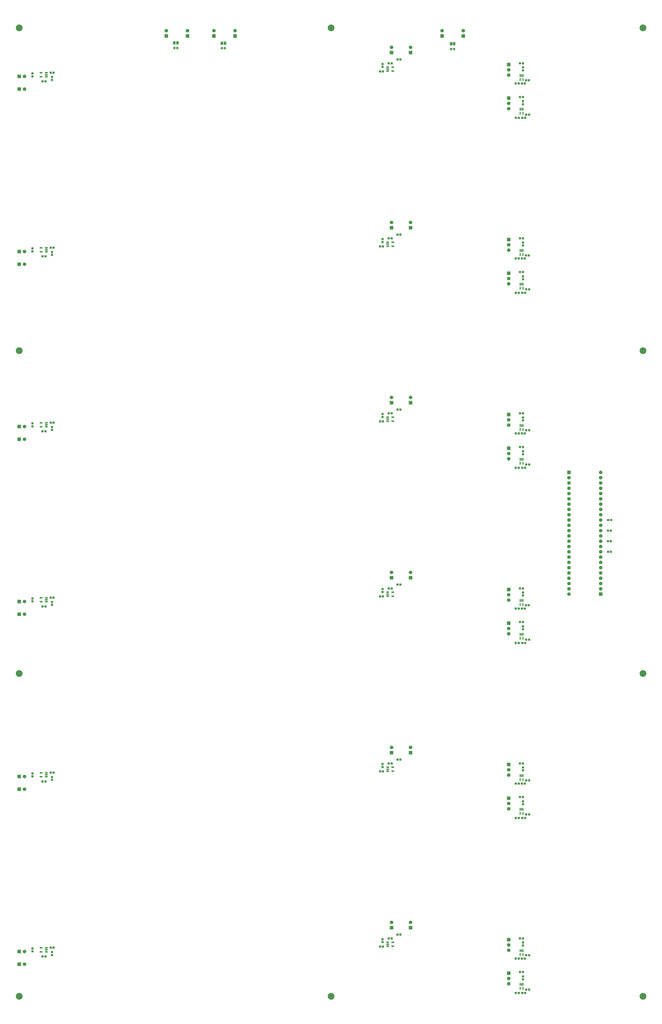
<source format=gbr>
%TF.GenerationSoftware,Altium Limited,Altium Designer,22.9.1 (49)*%
G04 Layer_Color=8388736*
%FSLAX45Y45*%
%MOMM*%
%TF.SameCoordinates,19B3199C-24C9-4E42-A554-521A99F5088D*%
%TF.FilePolarity,Negative*%
%TF.FileFunction,Soldermask,Top*%
%TF.Part,Single*%
G01*
G75*
%TA.AperFunction,ComponentPad*%
%ADD24R,1.70320X1.70320*%
%ADD25C,1.70320*%
%TA.AperFunction,WasherPad*%
%ADD26C,3.25120*%
%TA.AperFunction,ComponentPad*%
%ADD27R,1.70320X1.70320*%
%TA.AperFunction,SMDPad,CuDef*%
%ADD31R,1.00320X1.10320*%
%ADD32R,1.30320X1.60320*%
%ADD33R,1.10320X1.00320*%
G04:AMPARAMS|DCode=34|XSize=1.3116mm|YSize=0.6916mm|CornerRadius=0.1983mm|HoleSize=0mm|Usage=FLASHONLY|Rotation=180.000|XOffset=0mm|YOffset=0mm|HoleType=Round|Shape=RoundedRectangle|*
%AMROUNDEDRECTD34*
21,1,1.31160,0.29500,0,0,180.0*
21,1,0.91500,0.69160,0,0,180.0*
1,1,0.39660,-0.45750,0.14750*
1,1,0.39660,0.45750,0.14750*
1,1,0.39660,0.45750,-0.14750*
1,1,0.39660,-0.45750,-0.14750*
%
%ADD34ROUNDEDRECTD34*%
G04:AMPARAMS|DCode=35|XSize=1.2916mm|YSize=0.5016mm|CornerRadius=0.1008mm|HoleSize=0mm|Usage=FLASHONLY|Rotation=270.000|XOffset=0mm|YOffset=0mm|HoleType=Round|Shape=RoundedRectangle|*
%AMROUNDEDRECTD35*
21,1,1.29160,0.30000,0,0,270.0*
21,1,1.09000,0.50160,0,0,270.0*
1,1,0.20160,-0.15000,-0.54500*
1,1,0.20160,-0.15000,0.54500*
1,1,0.20160,0.15000,0.54500*
1,1,0.20160,0.15000,-0.54500*
%
%ADD35ROUNDEDRECTD35*%
D24*
X23114000Y48882300D02*
D03*
X24130000D02*
D03*
X9867900D02*
D03*
X10883900D02*
D03*
X13169901D02*
D03*
X12153900D02*
D03*
X21602699Y6083300D02*
D03*
X26314401Y5511800D02*
D03*
Y3898900D02*
D03*
X20688300Y6083300D02*
D03*
X21602699Y48083469D02*
D03*
Y14483334D02*
D03*
Y22883368D02*
D03*
Y31283401D02*
D03*
Y39683435D02*
D03*
X26314401Y45899069D02*
D03*
Y47511969D02*
D03*
Y20698969D02*
D03*
Y22311868D02*
D03*
Y37499036D02*
D03*
Y39111935D02*
D03*
Y30711902D02*
D03*
Y29099002D02*
D03*
X20688300Y31283401D02*
D03*
X26314401Y13911835D02*
D03*
Y12298934D02*
D03*
X29210001Y27939999D02*
D03*
X20688300Y14483334D02*
D03*
X30734000Y22098000D02*
D03*
X20688300Y22883368D02*
D03*
Y39683435D02*
D03*
Y48083469D02*
D03*
D25*
X23114000Y49136301D02*
D03*
X24130000D02*
D03*
X9867900D02*
D03*
X10883900D02*
D03*
X13169901D02*
D03*
X12153900D02*
D03*
X3048000Y12730734D02*
D03*
Y4330700D02*
D03*
X21602699Y6337300D02*
D03*
X26314401Y5003800D02*
D03*
Y5257800D02*
D03*
Y3390900D02*
D03*
Y3644900D02*
D03*
X20688300Y6337300D02*
D03*
X3048000Y4940300D02*
D03*
Y46330869D02*
D03*
X21602699Y48337469D02*
D03*
Y14737334D02*
D03*
Y23137367D02*
D03*
Y31537402D02*
D03*
Y39937436D02*
D03*
X3048000Y21130768D02*
D03*
Y29530801D02*
D03*
Y37930835D02*
D03*
X26314401Y45391071D02*
D03*
Y45645071D02*
D03*
Y47003970D02*
D03*
Y47257971D02*
D03*
Y20190968D02*
D03*
Y20444968D02*
D03*
Y21803868D02*
D03*
Y22057867D02*
D03*
Y36991037D02*
D03*
Y37245035D02*
D03*
Y38603937D02*
D03*
Y38857935D02*
D03*
Y30457901D02*
D03*
Y30203903D02*
D03*
Y28845001D02*
D03*
Y28591003D02*
D03*
X20688300Y31537402D02*
D03*
X3048000Y30140402D02*
D03*
X26314401Y13657834D02*
D03*
Y13403835D02*
D03*
Y12044934D02*
D03*
Y11790934D02*
D03*
X29210001Y22098000D02*
D03*
Y22352000D02*
D03*
Y22606000D02*
D03*
Y22860001D02*
D03*
Y23114000D02*
D03*
Y23367999D02*
D03*
Y23622000D02*
D03*
Y23875999D02*
D03*
Y24130000D02*
D03*
Y24384000D02*
D03*
Y24638000D02*
D03*
Y24892000D02*
D03*
Y25146001D02*
D03*
Y25400000D02*
D03*
Y25654001D02*
D03*
Y25907999D02*
D03*
Y26162000D02*
D03*
Y26416000D02*
D03*
Y26670001D02*
D03*
Y26923999D02*
D03*
Y27178000D02*
D03*
Y27432001D02*
D03*
Y27685999D02*
D03*
X3048000Y13340334D02*
D03*
X20688300Y14737334D02*
D03*
X30734000Y27939999D02*
D03*
Y27685999D02*
D03*
Y27432001D02*
D03*
Y27178000D02*
D03*
Y26923999D02*
D03*
Y26670001D02*
D03*
Y26416000D02*
D03*
Y26162000D02*
D03*
Y25907999D02*
D03*
Y25654001D02*
D03*
Y25400000D02*
D03*
Y25146001D02*
D03*
Y24892000D02*
D03*
Y24638000D02*
D03*
Y24384000D02*
D03*
Y24130000D02*
D03*
Y23875999D02*
D03*
Y23622000D02*
D03*
Y23367999D02*
D03*
Y23114000D02*
D03*
Y22860001D02*
D03*
Y22606000D02*
D03*
Y22352000D02*
D03*
X20688300Y23137367D02*
D03*
Y39937436D02*
D03*
Y48337469D02*
D03*
X3048000Y21740369D02*
D03*
Y38540436D02*
D03*
Y46940469D02*
D03*
D26*
X32766000Y18288000D02*
D03*
X2794000Y33782001D02*
D03*
X17780000Y2794000D02*
D03*
Y49276001D02*
D03*
X32766000Y33782001D02*
D03*
X2794000Y18288000D02*
D03*
X32766000Y2794000D02*
D03*
Y49276001D02*
D03*
X2794000D02*
D03*
Y2794000D02*
D03*
D27*
Y12730734D02*
D03*
Y4330700D02*
D03*
Y4940300D02*
D03*
Y46330869D02*
D03*
Y21130768D02*
D03*
Y29530801D02*
D03*
Y37930835D02*
D03*
Y30140402D02*
D03*
Y13340334D02*
D03*
Y21740369D02*
D03*
Y38540436D02*
D03*
Y46940469D02*
D03*
D31*
X23552000Y48260001D02*
D03*
X23692000D02*
D03*
X27298801Y3111500D02*
D03*
X27158801D02*
D03*
X27298801Y4762500D02*
D03*
X27158801D02*
D03*
X27298801Y11518900D02*
D03*
X27158801D02*
D03*
X27298801Y13157201D02*
D03*
X27158801D02*
D03*
X27286099Y21564600D02*
D03*
X27146100D02*
D03*
X27286099Y38354001D02*
D03*
X27146100D02*
D03*
X27298801Y36728400D02*
D03*
X27158801D02*
D03*
X27298801Y45110400D02*
D03*
X27158801D02*
D03*
X27286099Y46761401D02*
D03*
X27146100D02*
D03*
X27298801Y19913600D02*
D03*
X27158801D02*
D03*
X27298801Y28320999D02*
D03*
X27158801D02*
D03*
X27298801Y29959299D02*
D03*
X27158801D02*
D03*
X10395100Y48310800D02*
D03*
X10255100D02*
D03*
X12674600Y48298099D02*
D03*
X12534600D02*
D03*
X26860199Y3956200D02*
D03*
X27000201D02*
D03*
X26657001Y36553036D02*
D03*
X26797000D02*
D03*
X4311500Y47124771D02*
D03*
X4451500D02*
D03*
X20275700Y47181769D02*
D03*
X20135699D02*
D03*
X4311500Y38724734D02*
D03*
X4451500D02*
D03*
X20275700Y38781735D02*
D03*
X20135699D02*
D03*
X4311500Y30324701D02*
D03*
X4451500D02*
D03*
X20275700Y30381702D02*
D03*
X20135699D02*
D03*
X4311500Y21924667D02*
D03*
X4451500D02*
D03*
X20275700Y21981668D02*
D03*
X20135699D02*
D03*
X4311500Y13524634D02*
D03*
X4451500D02*
D03*
X20275700Y13581635D02*
D03*
X20135699D02*
D03*
X3917800Y4705500D02*
D03*
X4057800D02*
D03*
X4311500Y5124600D02*
D03*
X4451500D02*
D03*
X20275700Y5181600D02*
D03*
X20135699D02*
D03*
X26860199Y5569100D02*
D03*
X27000201D02*
D03*
X26797000Y4603900D02*
D03*
X26657001D02*
D03*
X27089401D02*
D03*
X26949399D02*
D03*
X26797000Y2952900D02*
D03*
X26657001D02*
D03*
X27108301Y2952900D02*
D03*
X26968301D02*
D03*
X20694800Y5569100D02*
D03*
X20554800D02*
D03*
X20973900Y5753100D02*
D03*
X21113901D02*
D03*
X20973900Y47753271D02*
D03*
X21113901D02*
D03*
X3917800Y46705670D02*
D03*
X4057800D02*
D03*
X20694800Y47569269D02*
D03*
X20554800D02*
D03*
X27108301Y44953070D02*
D03*
X26968301D02*
D03*
X26797000Y44953070D02*
D03*
X26657001D02*
D03*
X27089401Y46604071D02*
D03*
X26949399D02*
D03*
X26797000D02*
D03*
X26657001D02*
D03*
X26860199Y45956369D02*
D03*
X27000201D02*
D03*
X26860199Y47569269D02*
D03*
X27000201D02*
D03*
X20973900Y22553168D02*
D03*
X21113901D02*
D03*
X3917800Y21505568D02*
D03*
X4057800D02*
D03*
X20694800Y22369168D02*
D03*
X20554800D02*
D03*
X27108301Y19752968D02*
D03*
X26968301D02*
D03*
X26797000Y19752968D02*
D03*
X26657001D02*
D03*
X27089401Y21403967D02*
D03*
X26949399D02*
D03*
X26797000D02*
D03*
X26657001D02*
D03*
X26860199Y20756268D02*
D03*
X27000201D02*
D03*
X26860199Y22369168D02*
D03*
X27000201D02*
D03*
X20973900Y39353235D02*
D03*
X21113901D02*
D03*
X3917800Y38305637D02*
D03*
X4057800D02*
D03*
X20694800Y39169235D02*
D03*
X20554800D02*
D03*
X27108301Y36553036D02*
D03*
X26968301D02*
D03*
X27089401Y38204037D02*
D03*
X26949399D02*
D03*
X26797000D02*
D03*
X26657001D02*
D03*
X26860199Y37556335D02*
D03*
X27000201D02*
D03*
X26860199Y39169235D02*
D03*
X27000201D02*
D03*
Y30769202D02*
D03*
X26860199D02*
D03*
X27000201Y29156302D02*
D03*
X26860199D02*
D03*
X26657001Y29804001D02*
D03*
X26797000D02*
D03*
X26949399D02*
D03*
X27089401D02*
D03*
X26657001Y28153003D02*
D03*
X26797000D02*
D03*
X26968301Y28153003D02*
D03*
X27108301D02*
D03*
X20554800Y30769202D02*
D03*
X20694800D02*
D03*
X4057800Y29905603D02*
D03*
X3917800D02*
D03*
X21113901Y30953201D02*
D03*
X20973900D02*
D03*
X27000201Y12356234D02*
D03*
X26860199D02*
D03*
X27000201Y13969135D02*
D03*
X26860199D02*
D03*
X20554800Y13969135D02*
D03*
X20694800D02*
D03*
X21113901Y14153134D02*
D03*
X20973900D02*
D03*
X26657001Y13003934D02*
D03*
X26797000D02*
D03*
X26949399D02*
D03*
X27089401D02*
D03*
X26968301Y11352934D02*
D03*
X27108301D02*
D03*
X26657001Y11352934D02*
D03*
X26797000D02*
D03*
X4057800Y13105534D02*
D03*
X3917800D02*
D03*
X31095801Y25654001D02*
D03*
X31235800D02*
D03*
X31083099Y25146001D02*
D03*
X31223099D02*
D03*
X31083099Y24638000D02*
D03*
X31223099D02*
D03*
X31089600Y24130000D02*
D03*
X31229599D02*
D03*
D32*
X23695799Y48514001D02*
D03*
X23545799D02*
D03*
X10401300Y48552100D02*
D03*
X10251300D02*
D03*
X12686100Y48539401D02*
D03*
X12536100D02*
D03*
D33*
X4368800Y4915200D02*
D03*
Y4775200D02*
D03*
X3429000Y4946500D02*
D03*
Y5086500D02*
D03*
X27000201Y5232400D02*
D03*
Y5372400D02*
D03*
Y3606800D02*
D03*
Y3746800D02*
D03*
X20256500Y5397500D02*
D03*
Y5537500D02*
D03*
X3429000Y46946671D02*
D03*
Y47086670D02*
D03*
X4368800Y46915369D02*
D03*
Y46775369D02*
D03*
X20256500Y47397672D02*
D03*
Y47537671D02*
D03*
X27000201Y45606970D02*
D03*
Y45746970D02*
D03*
Y47232571D02*
D03*
Y47372571D02*
D03*
X3429000Y21746568D02*
D03*
Y21886568D02*
D03*
X4368800Y21715268D02*
D03*
Y21575269D02*
D03*
X20256500Y22197568D02*
D03*
Y22337569D02*
D03*
X27000201Y20406868D02*
D03*
Y20546867D02*
D03*
Y22032468D02*
D03*
Y22172469D02*
D03*
X3429000Y38546637D02*
D03*
Y38686636D02*
D03*
X4368800Y38515335D02*
D03*
Y38375336D02*
D03*
X20256500Y38997635D02*
D03*
Y39137637D02*
D03*
X27000201Y37206937D02*
D03*
Y37346936D02*
D03*
Y38832535D02*
D03*
Y38972537D02*
D03*
Y30572501D02*
D03*
Y30432501D02*
D03*
Y28946902D02*
D03*
Y28806903D02*
D03*
X20256500Y30737601D02*
D03*
Y30597601D02*
D03*
X4368800Y29975302D02*
D03*
Y30115302D02*
D03*
X3429000Y30286603D02*
D03*
Y30146603D02*
D03*
X20256500Y13937534D02*
D03*
Y13797534D02*
D03*
X27000201Y13772433D02*
D03*
Y13632434D02*
D03*
Y12146834D02*
D03*
Y12006834D02*
D03*
X3429000Y13486534D02*
D03*
Y13346535D02*
D03*
X4368800Y13175233D02*
D03*
Y13315234D02*
D03*
D34*
X4100600Y4928000D02*
D03*
Y5023000D02*
D03*
Y5118000D02*
D03*
X3849600D02*
D03*
Y4928000D02*
D03*
X20497800Y5384700D02*
D03*
Y5289700D02*
D03*
Y5194700D02*
D03*
X20748801D02*
D03*
Y5384700D02*
D03*
X4100600Y46928171D02*
D03*
Y47023169D02*
D03*
Y47118170D02*
D03*
X3849600D02*
D03*
Y46928171D02*
D03*
X20497800Y47384869D02*
D03*
Y47289871D02*
D03*
Y47194870D02*
D03*
X20748801D02*
D03*
Y47384869D02*
D03*
X4100600Y21728069D02*
D03*
Y21823068D02*
D03*
Y21918068D02*
D03*
X3849600D02*
D03*
Y21728069D02*
D03*
X20497800Y22184769D02*
D03*
Y22089767D02*
D03*
Y21994768D02*
D03*
X20748801D02*
D03*
Y22184769D02*
D03*
X4100600Y38528137D02*
D03*
Y38623135D02*
D03*
Y38718137D02*
D03*
X3849600D02*
D03*
Y38528137D02*
D03*
X20497800Y38984836D02*
D03*
Y38889835D02*
D03*
Y38794836D02*
D03*
X20748801D02*
D03*
Y38984836D02*
D03*
Y30584802D02*
D03*
Y30394803D02*
D03*
X20497800D02*
D03*
Y30489801D02*
D03*
Y30584802D02*
D03*
X3849600Y30128101D02*
D03*
Y30318103D02*
D03*
X4100600D02*
D03*
Y30223102D02*
D03*
Y30128101D02*
D03*
X20748801Y13784734D02*
D03*
Y13594734D02*
D03*
X20497800D02*
D03*
Y13689734D02*
D03*
Y13784734D02*
D03*
X3849600Y13328033D02*
D03*
Y13518034D02*
D03*
X4100600D02*
D03*
Y13423035D02*
D03*
Y13328033D02*
D03*
D35*
X27000201Y4986400D02*
D03*
X26935199D02*
D03*
X26870200D02*
D03*
Y4794400D02*
D03*
X27000201D02*
D03*
X27001700Y3366400D02*
D03*
X26936700D02*
D03*
X26871701D02*
D03*
Y3174400D02*
D03*
X27001700D02*
D03*
Y45366571D02*
D03*
X26936700D02*
D03*
X26871701D02*
D03*
Y45174570D02*
D03*
X27001700D02*
D03*
X27000201Y46986569D02*
D03*
X26935199D02*
D03*
X26870200D02*
D03*
Y46794571D02*
D03*
X27000201D02*
D03*
X27001700Y20166467D02*
D03*
X26936700D02*
D03*
X26871701D02*
D03*
Y19974467D02*
D03*
X27001700D02*
D03*
X27000201Y21786469D02*
D03*
X26935199D02*
D03*
X26870200D02*
D03*
Y21594469D02*
D03*
X27000201D02*
D03*
X27001700Y36966537D02*
D03*
X26936700D02*
D03*
X26871701D02*
D03*
Y36774536D02*
D03*
X27001700D02*
D03*
X27000201Y38586536D02*
D03*
X26935199D02*
D03*
X26870200D02*
D03*
Y38394537D02*
D03*
X27000201D02*
D03*
Y29994501D02*
D03*
X26870200D02*
D03*
Y30186502D02*
D03*
X26935199D02*
D03*
X27000201D02*
D03*
X27001700Y28374503D02*
D03*
X26871701D02*
D03*
Y28566501D02*
D03*
X26936700D02*
D03*
X27001700D02*
D03*
Y11574434D02*
D03*
X26871701D02*
D03*
Y11766434D02*
D03*
X26936700D02*
D03*
X27001700D02*
D03*
X27000201Y13194434D02*
D03*
X26870200D02*
D03*
Y13386433D02*
D03*
X26935199D02*
D03*
X27000201D02*
D03*
%TF.MD5,9f23d398618aae7c11a4269b8aa1d94d*%
M02*

</source>
